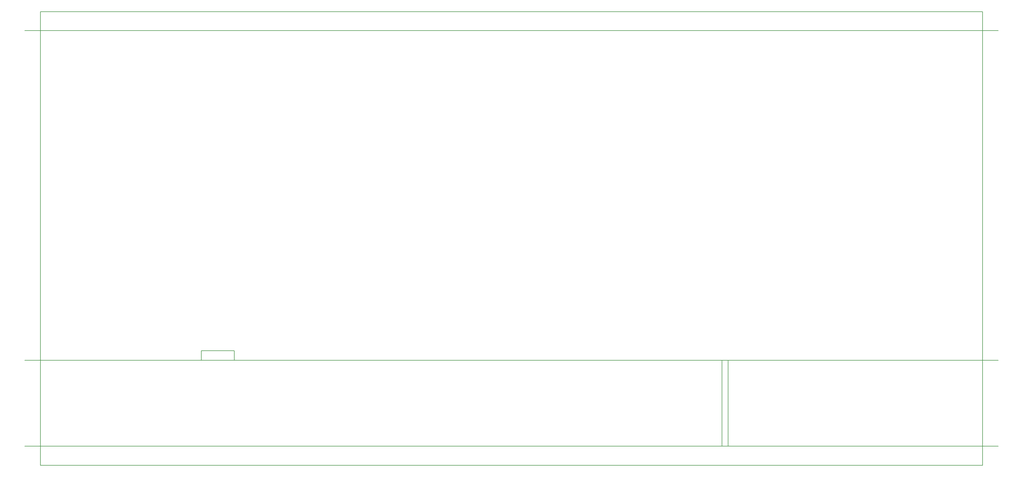
<source format=gm1>
G04 #@! TF.FileFunction,Profile,NP*
%FSLAX46Y46*%
G04 Gerber Fmt 4.6, Leading zero omitted, Abs format (unit mm)*
G04 Created by KiCad (PCBNEW 4.0.2-stable) date 2019-10-29 5:42:38 PM*
%MOMM*%
G01*
G04 APERTURE LIST*
%ADD10C,0.100000*%
%ADD11C,0.150000*%
%ADD12C,0.200000*%
G04 APERTURE END LIST*
D10*
D11*
X285000000Y-156000000D02*
X287000000Y-156000000D01*
X287000000Y-183350000D02*
X287000000Y-156000000D01*
X285000000Y-183350000D02*
X287000000Y-183350000D01*
X119250000Y-156000000D02*
X129750000Y-156000000D01*
D12*
X373000000Y-156000000D02*
X63000000Y-156000000D01*
D11*
X68000000Y-189500000D02*
X368000000Y-189500000D01*
X68000000Y-45000000D02*
X368000000Y-45000000D01*
X63000000Y-51000000D02*
X373000004Y-51000000D01*
X68000000Y-189500000D02*
X68000000Y-45000000D01*
X368000000Y-45000000D02*
X368000000Y-189500000D01*
X373000000Y-183350000D02*
X62999996Y-183350000D01*
X129750000Y-153000000D02*
X129750000Y-156000000D01*
X119250000Y-153000000D02*
X129750000Y-153000000D01*
X119250000Y-156000000D02*
X119250000Y-153000000D01*
X285000000Y-156000000D02*
X285000000Y-183350000D01*
M02*

</source>
